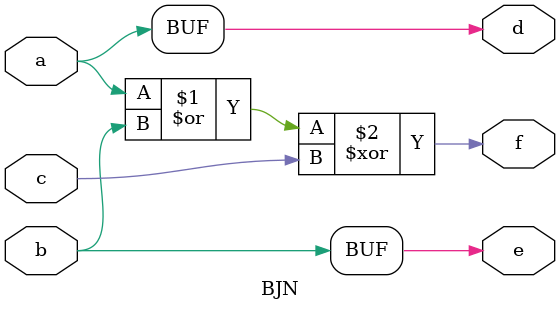
<source format=v>
`timescale 1ns / 1ps


module BJN(input a,b,c,
           output d,e,f
    );
assign d=a;
assign e=b;
assign f=(a|b)^c;

endmodule
</source>
